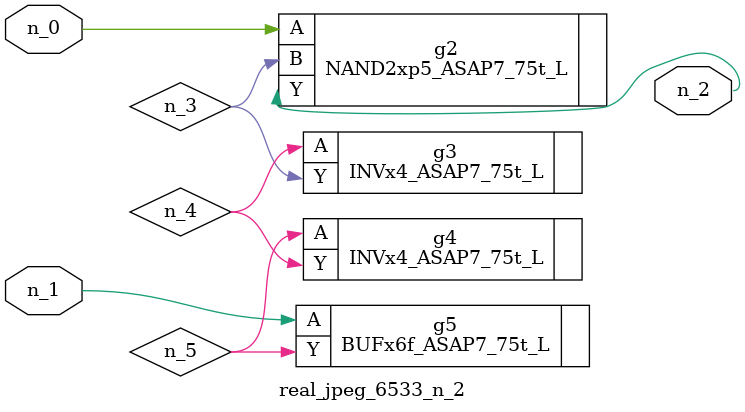
<source format=v>
module real_jpeg_6533_n_2 (n_1, n_0, n_2);

input n_1;
input n_0;

output n_2;

wire n_5;
wire n_4;
wire n_3;

NAND2xp5_ASAP7_75t_L g2 ( 
.A(n_0),
.B(n_3),
.Y(n_2)
);

BUFx6f_ASAP7_75t_L g5 ( 
.A(n_1),
.Y(n_5)
);

INVx4_ASAP7_75t_L g3 ( 
.A(n_4),
.Y(n_3)
);

INVx4_ASAP7_75t_L g4 ( 
.A(n_5),
.Y(n_4)
);


endmodule
</source>
